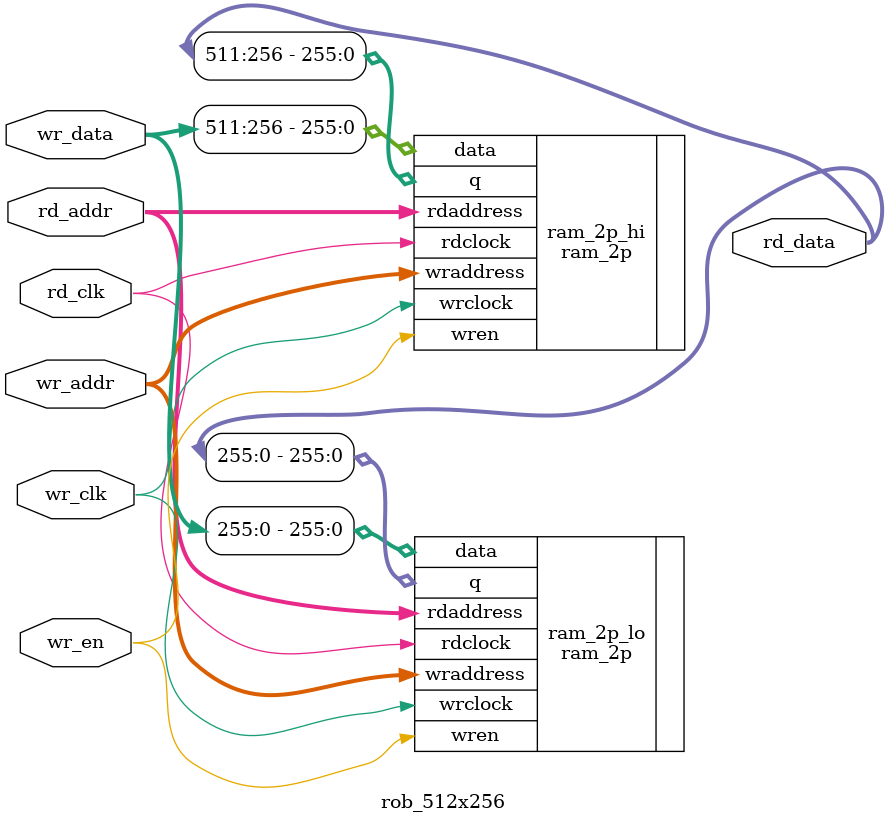
<source format=sv>

module rob_512x256
  (
    input logic wr_clk,
    input logic wr_en,
    input logic [7:0] wr_addr,
    input logic [511:0] wr_data,
    input logic rd_clk,
    input logic [7:0] rd_addr,
    output logic [511:0] rd_data
   );

   ram_2p ram_2p_lo (
	.data(wr_data[255:0]),
	.rdaddress(rd_addr[7:0]),
	.rdclock(rd_clk),
	.wraddress(wr_addr[7:0]),
	.wrclock(wr_clk),
	.wren(wr_en),
	.q(rd_data[255:0])
	);

   ram_2p ram_2p_hi (
	.data(wr_data[511:256]),
	.rdaddress(rd_addr[7:0]),
	.rdclock(rd_clk),
	.wraddress(wr_addr[7:0]),
	.wrclock(wr_clk),
	.wren(wr_en),
	.q(rd_data[511:256])
	);

endmodule // rob_512x256

</source>
